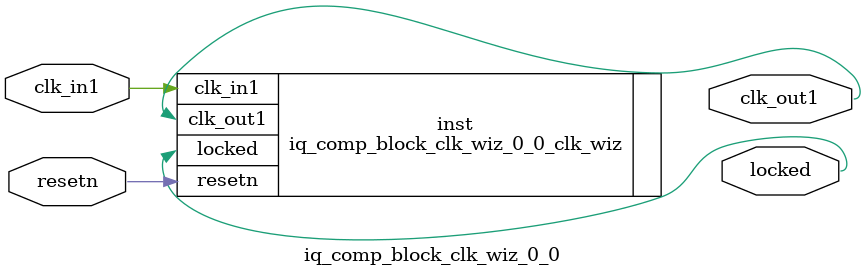
<source format=v>


`timescale 1ps/1ps

(* CORE_GENERATION_INFO = "iq_comp_block_clk_wiz_0_0,clk_wiz_v5_4_2_0,{component_name=iq_comp_block_clk_wiz_0_0,use_phase_alignment=true,use_min_o_jitter=false,use_max_i_jitter=false,use_dyn_phase_shift=false,use_inclk_switchover=false,use_dyn_reconfig=false,enable_axi=0,feedback_source=FDBK_AUTO,PRIMITIVE=MMCM,num_out_clk=1,clkin1_period=10.000,clkin2_period=10.000,use_power_down=false,use_reset=true,use_locked=true,use_inclk_stopped=false,feedback_type=SINGLE,CLOCK_MGR_TYPE=NA,manual_override=false}" *)

module iq_comp_block_clk_wiz_0_0 
 (
  // Clock out ports
  output        clk_out1,
  // Status and control signals
  input         resetn,
  output        locked,
 // Clock in ports
  input         clk_in1
 );

  iq_comp_block_clk_wiz_0_0_clk_wiz inst
  (
  // Clock out ports  
  .clk_out1(clk_out1),
  // Status and control signals               
  .resetn(resetn), 
  .locked(locked),
 // Clock in ports
  .clk_in1(clk_in1)
  );

endmodule

</source>
